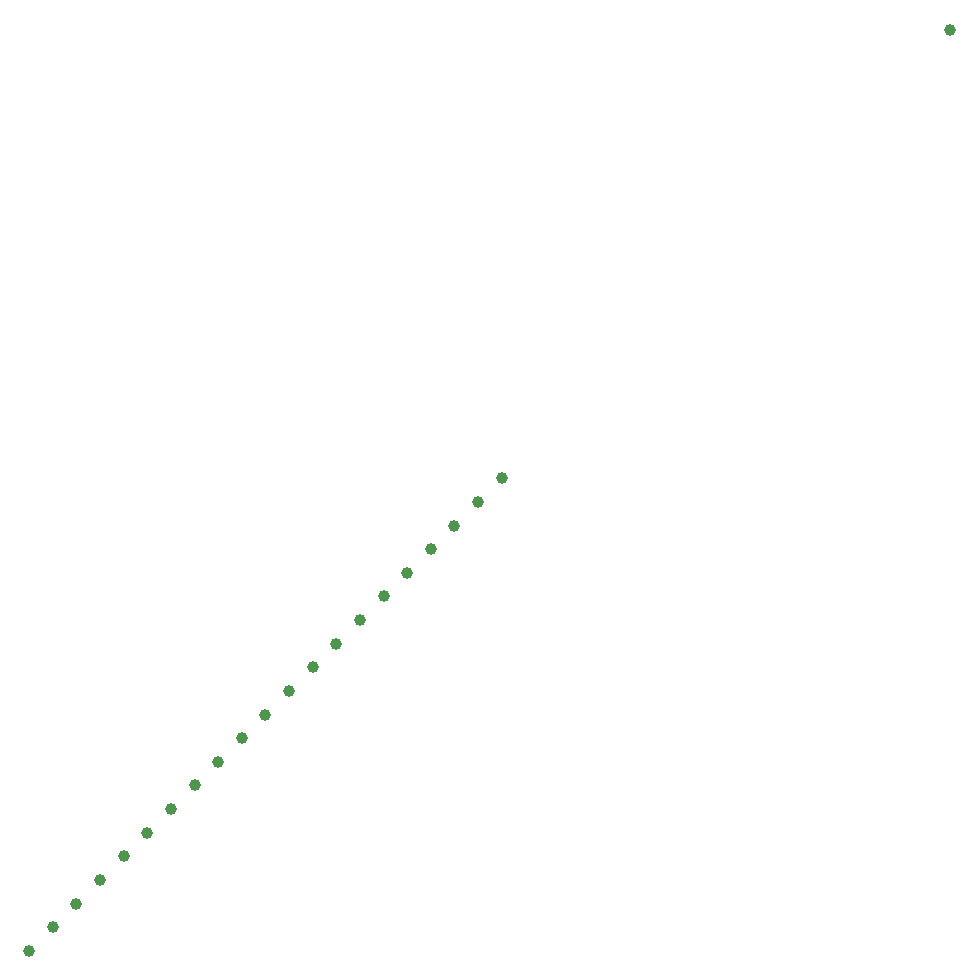
<source format=gbr>
G04 Examples for testing time performance of Gerber parsers*
%FSLAX26Y26*%
%MOMM*%
%ADD10C,1*%
%LPD*%
D10*
X0Y0D03*
X78000000Y78000000D03*
X2000000Y2000000D03*
X4000000Y4000000D03*
X6000000Y6000000D03*
X8000000Y8000000D03*
X10000000Y10000000D03*
X12000000Y12000000D03*
X14000000Y14000000D03*
X16000000Y16000000D03*
X18000000Y18000000D03*
X20000000Y20000000D03*
X22000000Y22000000D03*
X24000000Y24000000D03*
X26000000Y26000000D03*
X28000000Y28000000D03*
X30000000Y30000000D03*
X32000000Y32000000D03*
X34000000Y34000000D03*
X36000000Y36000000D03*
X38000000Y38000000D03*
X40000000Y40000000D03*
M02*

</source>
